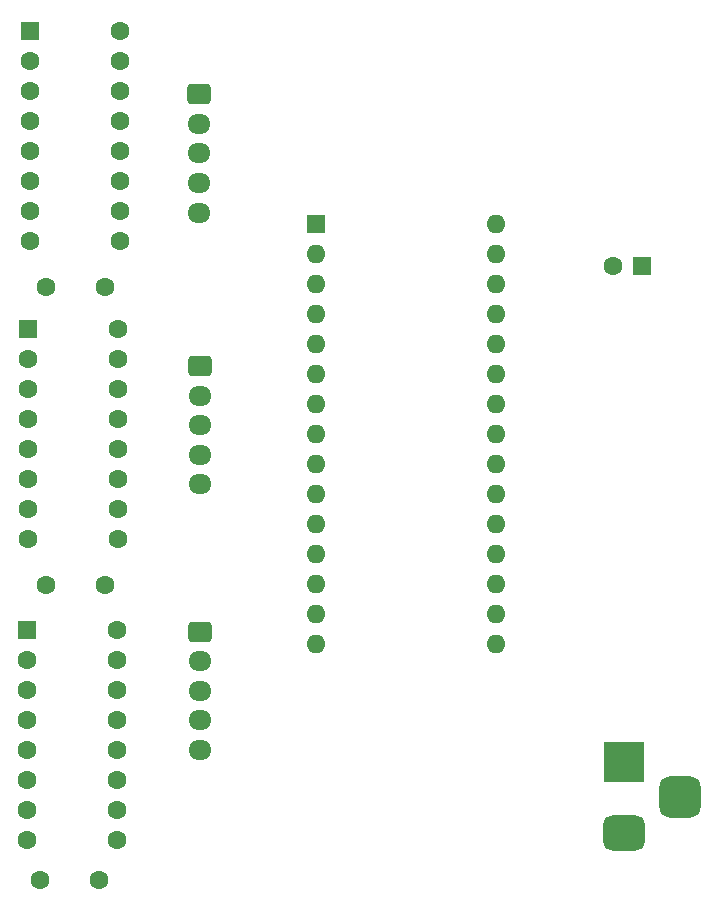
<source format=gbr>
%TF.GenerationSoftware,KiCad,Pcbnew,9.0.0*%
%TF.CreationDate,2025-06-10T08:07:58+03:00*%
%TF.ProjectId,motorControlBoard,6d6f746f-7243-46f6-9e74-726f6c426f61,rev?*%
%TF.SameCoordinates,Original*%
%TF.FileFunction,Soldermask,Top*%
%TF.FilePolarity,Negative*%
%FSLAX46Y46*%
G04 Gerber Fmt 4.6, Leading zero omitted, Abs format (unit mm)*
G04 Created by KiCad (PCBNEW 9.0.0) date 2025-06-10 08:07:58*
%MOMM*%
%LPD*%
G01*
G04 APERTURE LIST*
G04 Aperture macros list*
%AMRoundRect*
0 Rectangle with rounded corners*
0 $1 Rounding radius*
0 $2 $3 $4 $5 $6 $7 $8 $9 X,Y pos of 4 corners*
0 Add a 4 corners polygon primitive as box body*
4,1,4,$2,$3,$4,$5,$6,$7,$8,$9,$2,$3,0*
0 Add four circle primitives for the rounded corners*
1,1,$1+$1,$2,$3*
1,1,$1+$1,$4,$5*
1,1,$1+$1,$6,$7*
1,1,$1+$1,$8,$9*
0 Add four rect primitives between the rounded corners*
20,1,$1+$1,$2,$3,$4,$5,0*
20,1,$1+$1,$4,$5,$6,$7,0*
20,1,$1+$1,$6,$7,$8,$9,0*
20,1,$1+$1,$8,$9,$2,$3,0*%
G04 Aperture macros list end*
%ADD10RoundRect,0.250000X-0.550000X-0.550000X0.550000X-0.550000X0.550000X0.550000X-0.550000X0.550000X0*%
%ADD11C,1.600000*%
%ADD12R,1.600000X1.600000*%
%ADD13O,1.600000X1.600000*%
%ADD14R,3.500000X3.500000*%
%ADD15RoundRect,0.750000X1.000000X-0.750000X1.000000X0.750000X-1.000000X0.750000X-1.000000X-0.750000X0*%
%ADD16RoundRect,0.875000X0.875000X-0.875000X0.875000X0.875000X-0.875000X0.875000X-0.875000X-0.875000X0*%
%ADD17RoundRect,0.250000X-0.725000X0.600000X-0.725000X-0.600000X0.725000X-0.600000X0.725000X0.600000X0*%
%ADD18O,1.950000X1.700000*%
G04 APERTURE END LIST*
D10*
%TO.C,U2*%
X68500000Y-63840000D03*
D11*
X68500000Y-66380000D03*
X68500000Y-68920000D03*
X68500000Y-71460000D03*
X68500000Y-74000000D03*
X68500000Y-76540000D03*
X68500000Y-79080000D03*
X68500000Y-81620000D03*
X76120000Y-81620000D03*
X76120000Y-79080000D03*
X76120000Y-76540000D03*
X76120000Y-74000000D03*
X76120000Y-71460000D03*
X76120000Y-68920000D03*
X76120000Y-66380000D03*
X76120000Y-63840000D03*
%TD*%
%TO.C,C2*%
X75000000Y-85500000D03*
X70000000Y-85500000D03*
%TD*%
D12*
%TO.C,A1*%
X92890000Y-54950000D03*
D13*
X92890000Y-57490000D03*
X92890000Y-60030000D03*
X92890000Y-62570000D03*
X92890000Y-65110000D03*
X92890000Y-67650000D03*
X92890000Y-70190000D03*
X92890000Y-72730000D03*
X92890000Y-75270000D03*
X92890000Y-77810000D03*
X92890000Y-80350000D03*
X92890000Y-82890000D03*
X92890000Y-85430000D03*
X92890000Y-87970000D03*
X92890000Y-90510000D03*
X108130000Y-90510000D03*
X108130000Y-87970000D03*
X108130000Y-85430000D03*
X108130000Y-82890000D03*
X108130000Y-80350000D03*
X108130000Y-77810000D03*
X108130000Y-75270000D03*
X108130000Y-72730000D03*
X108130000Y-70190000D03*
X108130000Y-67650000D03*
X108130000Y-65110000D03*
X108130000Y-62570000D03*
X108130000Y-60030000D03*
X108130000Y-57490000D03*
X108130000Y-54950000D03*
%TD*%
D10*
%TO.C,U1*%
X68695000Y-38610000D03*
D11*
X68695000Y-41150000D03*
X68695000Y-43690000D03*
X68695000Y-46230000D03*
X68695000Y-48770000D03*
X68695000Y-51310000D03*
X68695000Y-53850000D03*
X68695000Y-56390000D03*
X76315000Y-56390000D03*
X76315000Y-53850000D03*
X76315000Y-51310000D03*
X76315000Y-48770000D03*
X76315000Y-46230000D03*
X76315000Y-43690000D03*
X76315000Y-41150000D03*
X76315000Y-38610000D03*
%TD*%
D14*
%TO.C,J1*%
X119000000Y-100500000D03*
D15*
X119000000Y-106500000D03*
D16*
X123700000Y-103500000D03*
%TD*%
D11*
%TO.C,C3*%
X74500000Y-110500000D03*
X69500000Y-110500000D03*
%TD*%
D12*
%TO.C,C4*%
X120500000Y-58500000D03*
D11*
X118000000Y-58500000D03*
%TD*%
%TO.C,C1*%
X75000000Y-60310000D03*
X70000000Y-60310000D03*
%TD*%
D17*
%TO.C,J4*%
X83025000Y-89500000D03*
D18*
X83025000Y-92000000D03*
X83025000Y-94500000D03*
X83025000Y-97000000D03*
X83025000Y-99500000D03*
%TD*%
D17*
%TO.C,J3*%
X83025000Y-67000000D03*
D18*
X83025000Y-69500000D03*
X83025000Y-72000000D03*
X83025000Y-74500000D03*
X83025000Y-77000000D03*
%TD*%
D17*
%TO.C,J2*%
X83000000Y-44000000D03*
D18*
X83000000Y-46500000D03*
X83000000Y-49000000D03*
X83000000Y-51500000D03*
X83000000Y-54000000D03*
%TD*%
D10*
%TO.C,U3*%
X68380000Y-89340000D03*
D11*
X68380000Y-91880000D03*
X68380000Y-94420000D03*
X68380000Y-96960000D03*
X68380000Y-99500000D03*
X68380000Y-102040000D03*
X68380000Y-104580000D03*
X68380000Y-107120000D03*
X76000000Y-107120000D03*
X76000000Y-104580000D03*
X76000000Y-102040000D03*
X76000000Y-99500000D03*
X76000000Y-96960000D03*
X76000000Y-94420000D03*
X76000000Y-91880000D03*
X76000000Y-89340000D03*
%TD*%
M02*

</source>
